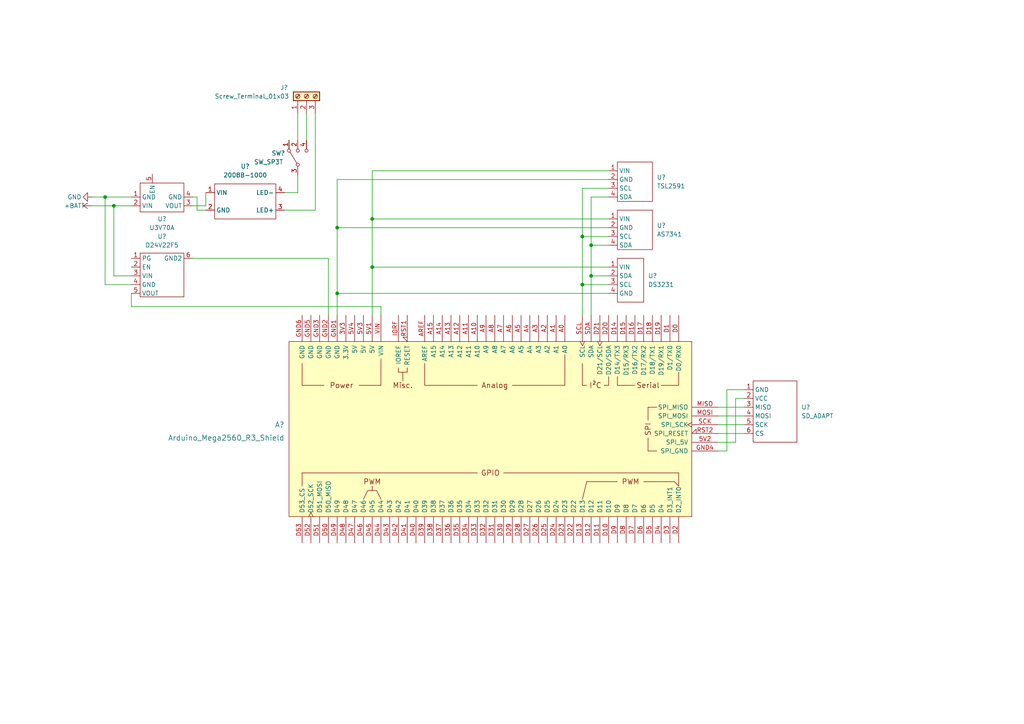
<source format=kicad_sch>
(kicad_sch (version 20211123) (generator eeschema)
  (paper "A4")
  (title_block (title "controller_pcb") (date "2024-01-23") (rev "v01") (comment 3 "creativecommons.org/licenses/by/4.0/") (comment 4 "License: CC BY 4.0") (comment 5 "Author: Daphne Chevalier"))
  (lib_symbols
    (symbol "Connector:Screw_Terminal_01x03" (pin_names (offset 1.016) hide)
      (property "Reference" "J" (at 0 5.08 0))
      (property "Value" "Screw_Terminal_01x03" (at 0 -5.08 0))
      (symbol "Screw_Terminal_01x03_1_1"
        (rectangle (start -1.27 3.81) (end 1.27 -3.81) (stroke (width 0.254)) (fill (type background)))
        (circle (center 0 -2.54) (radius 0.635) (stroke (width 0.1524)))
        (polyline (pts (xy -0.5334 -2.2098) (xy 0.3302 -3.048)) (stroke (width 0.1524)))
        (polyline (pts (xy -0.5334 0.3302) (xy 0.3302 -0.508)) (stroke (width 0.1524)))
        (polyline (pts (xy -0.5334 2.8702) (xy 0.3302 2.032)) (stroke (width 0.1524)))
        (polyline (pts (xy -0.3556 -2.032) (xy 0.508 -2.8702)) (stroke (width 0.1524)))
        (polyline (pts (xy -0.3556 0.508) (xy 0.508 -0.3302)) (stroke (width 0.1524)))
        (polyline (pts (xy -0.3556 3.048) (xy 0.508 2.2098)) (stroke (width 0.1524)))
        (circle (center 0 0) (radius 0.635) (stroke (width 0.1524)))
        (circle (center 0 2.54) (radius 0.635) (stroke (width 0.1524)))
        (pin passive line (at -5.08 2.54 0) (length 3.81) (name "Pin_1") (number "1"))
        (pin passive line (at -5.08 0 0) (length 3.81) (name "Pin_2") (number "2"))
        (pin passive line (at -5.08 -2.54 0) (length 3.81) (name "Pin_3") (number "3"))
      )
    )
    (symbol "Switch:SW_SP3T" (pin_names (offset 0) hide)
      (property "Reference" "SW" (at 0 5.08 0))
      (property "Value" "SW_SP3T" (at 0 -5.08 0))
      (symbol "SW_SP3T_0_1"
        (circle (center -2.032 0) (radius 0.4572))
        (polyline (pts (xy -1.651 0.254) (xy 1.651 2.286)))
        (circle (center 2.032 -2.54) (radius 0.4572))
        (circle (center 2.032 0) (radius 0.4572))
        (circle (center 2.032 2.54) (radius 0.4572))
      )
      (symbol "SW_SP3T_1_1"
        (pin passive line (at 5.08 2.54 180) (length 2.54) (name "1") (number "1"))
        (pin passive line (at 5.08 0 180) (length 2.54) (name "2") (number "2"))
        (pin passive line (at -5.08 0 0) (length 2.54) (name "3") (number "3"))
        (pin passive line (at 5.08 -2.54 180) (length 2.54) (name "4") (number "4"))
      )
    )
    (symbol "arduino-library:Arduino_Mega2560_R3_Shield" (pin_names (offset 1.016))
      (property "Reference" "A" (at 0 -62.23 0))
      (property "Value" "Arduino_Mega2560_R3_Shield" (at 0 -66.04 0))
      (symbol "Arduino_Mega2560_R3_Shield_0_0"
        (rectangle (start -25.4 -58.42) (end 25.4 58.42) (fill (type background)))
        (rectangle (start -20.32 -31.75) (end -12.7 -31.75))
        (rectangle (start -19.05 -54.61) (end -12.7 -54.61))
        (rectangle (start -19.05 -19.05) (end -12.7 -19.05))
        (rectangle (start -19.05 26.67) (end -12.7 26.67))
        (rectangle (start -17.78 -26.67) (end -16.51 -26.67))
        (rectangle (start -17.78 -24.13) (end -16.51 -24.13))
        (rectangle (start -16.51 -25.4) (end -13.97 -25.4))
        (rectangle (start -16.51 -24.13) (end -16.51 -26.67))
        (rectangle (start -16.51 54.61) (end -12.7 54.61))
        (rectangle (start -15.24 34.29) (end -12.7 34.29))
        (rectangle (start -15.24 36.83) (end -12.7 36.83))
        (rectangle (start -12.7 -54.61) (end -12.7 -48.26))
        (rectangle (start -12.7 -31.75) (end -12.7 -38.1))
        (rectangle (start -12.7 26.67) (end -12.7 27.94))
        (rectangle (start -12.7 34.29) (end -12.7 33.02))
        (rectangle (start -12.7 41.91) (end -12.7 36.83))
        (rectangle (start -12.7 49.53) (end -12.7 54.61))
        (rectangle (start -6.35 48.26) (end -6.35 45.72))
        (rectangle (start -2.54 45.72) (end -6.35 45.72))
        (polyline (pts (xy -21.59 21.59) (xy -12.7 21.59)))
        (polyline (pts (xy -12.7 -19.05) (xy -12.7 -3.81)))
        (polyline (pts (xy -12.7 6.35) (xy -12.7 21.59)))
        (polyline (pts (xy 12.7 -54.61) (xy 16.51 -54.61)))
        (polyline (pts (xy 12.7 54.61) (xy 16.51 54.61)))
        (polyline (pts (xy 17.78 -34.29) (xy 16.51 -34.29)))
        (polyline (pts (xy 15.24 36.83) (xy 15.24 27.94) (xy 20.32 26.67)))
        (polyline (pts (xy 15.24 44.45) (xy 15.24 53.34) (xy 16.51 54.61)))
        (polyline (pts (xy 20.32 -31.75) (xy 17.78 -33.02) (xy 17.78 -35.56) (xy 20.32 -36.83)))
        (rectangle (start 6.35 45.72) (end 2.54 45.72))
        (rectangle (start 6.35 48.26) (end 6.35 45.72))
        (text "Analog" (at -12.7 1.27 900) (effects (font (size 1.524 1.524))))
        (text "I²C" (at -12.7 30.48 900) (effects (font (size 1.524 1.524))))
        (text "Misc." (at -12.7 -25.4 900) (effects (font (size 1.524 1.524))))
        (text "Power" (at -12.7 -43.18 900) (effects (font (size 1.524 1.524))))
        (text "PWM" (at 15.24 -34.29 900) (effects (font (size 1.524 1.524))))
        (text "PWM" (at 15.24 40.64 900) (effects (font (size 1.524 1.524))))
        (text "Serial" (at -12.7 45.72 900) (effects (font (size 1.524 1.524))))
        (text "SPI" (at 0 45.72 0) (effects (font (size 1.524 1.524))))
      )
      (symbol "Arduino_Mega2560_R3_Shield_1_0"
        (rectangle (start 12.7 -54.61) (end 12.7 -3.81))
        (rectangle (start 12.7 54.61) (end 12.7 3.81))
        (text "GPIO" (at 12.7 0 900) (effects (font (size 1.524 1.524))))
      )
      (symbol "Arduino_Mega2560_R3_Shield_1_1"
        (pin power_out line (at -33.02 -41.91 0) (length 7.62) (name "3.3V") (number "3V3"))
        (pin power_in line (at -33.02 -34.29 0) (length 7.62) (name "5V") (number "5V1"))
        (pin power_in line (at 3.81 66.04 270) (length 7.62) (name "SPI_5V") (number "5V2"))
        (pin power_in line (at -33.02 -36.83 0) (length 7.62) (name "5V") (number "5V3"))
        (pin power_in line (at -33.02 -39.37 0) (length 7.62) (name "5V") (number "5V4"))
        (pin bidirectional line (at -33.02 21.59 0) (length 7.62) (name "A0") (number "A0"))
        (pin bidirectional line (at -33.02 19.05 0) (length 7.62) (name "A1") (number "A1"))
        (pin bidirectional line (at -33.02 -3.81 0) (length 7.62) (name "A10") (number "A10"))
        (pin bidirectional line (at -33.02 -6.35 0) (length 7.62) (name "A11") (number "A11"))
        (pin bidirectional line (at -33.02 -8.89 0) (length 7.62) (name "A12") (number "A12"))
        (pin bidirectional line (at -33.02 -11.43 0) (length 7.62) (name "A13") (number "A13"))
        (pin bidirectional line (at -33.02 -13.97 0) (length 7.62) (name "A14") (number "A14"))
        (pin bidirectional line (at -33.02 -16.51 0) (length 7.62) (name "A15") (number "A15"))
        (pin bidirectional line (at -33.02 16.51 0) (length 7.62) (name "A2") (number "A2"))
        (pin bidirectional line (at -33.02 13.97 0) (length 7.62) (name "A3") (number "A3"))
        (pin bidirectional line (at -33.02 11.43 0) (length 7.62) (name "A4") (number "A4"))
        (pin bidirectional line (at -33.02 8.89 0) (length 7.62) (name "A5") (number "A5"))
        (pin bidirectional line (at -33.02 6.35 0) (length 7.62) (name "A6") (number "A6"))
        (pin bidirectional line (at -33.02 3.81 0) (length 7.62) (name "A7") (number "A7"))
        (pin bidirectional line (at -33.02 1.27 0) (length 7.62) (name "A8") (number "A8"))
        (pin bidirectional line (at -33.02 -1.27 0) (length 7.62) (name "A9") (number "A9"))
        (pin input line (at -33.02 -19.05 0) (length 7.62) (name "AREF") (number "AREF"))
        (pin bidirectional line (at -33.02 54.61 0) (length 7.62) (name "D0/RX0") (number "D0"))
        (pin bidirectional line (at -33.02 52.07 0) (length 7.62) (name "D1/TX0") (number "D1"))
        (pin bidirectional line (at 33.02 34.29 180) (length 7.62) (name "D10") (number "D10"))
        (pin bidirectional line (at 33.02 31.75 180) (length 7.62) (name "D11") (number "D11"))
        (pin bidirectional line (at 33.02 29.21 180) (length 7.62) (name "D12") (number "D12"))
        (pin bidirectional line (at 33.02 26.67 180) (length 7.62) (name "D13") (number "D13"))
        (pin bidirectional line (at -33.02 36.83 0) (length 7.62) (name "D14/TX3") (number "D14"))
        (pin bidirectional line (at -33.02 39.37 0) (length 7.62) (name "D15/RX3") (number "D15"))
        (pin bidirectional line (at -33.02 41.91 0) (length 7.62) (name "D16/TX2") (number "D16"))
        (pin bidirectional line (at -33.02 44.45 0) (length 7.62) (name "D17/RX2") (number "D17"))
        (pin bidirectional line (at -33.02 46.99 0) (length 7.62) (name "D18/TX1") (number "D18"))
        (pin bidirectional line (at -33.02 49.53 0) (length 7.62) (name "D19/RX1") (number "D19"))
        (pin bidirectional line (at 33.02 54.61 180) (length 7.62) (name "D2_INT0") (number "D2"))
        (pin bidirectional line (at -33.02 34.29 0) (length 7.62) (name "D20/SDA") (number "D20"))
        (pin bidirectional clock (at -33.02 31.75 0) (length 7.62) (name "D21/SCL") (number "D21"))
        (pin bidirectional line (at 33.02 24.13 180) (length 7.62) (name "D22") (number "D22"))
        (pin bidirectional line (at 33.02 21.59 180) (length 7.62) (name "D23") (number "D23"))
        (pin bidirectional line (at 33.02 19.05 180) (length 7.62) (name "D24") (number "D24"))
        (pin bidirectional line (at 33.02 16.51 180) (length 7.62) (name "D25") (number "D25"))
        (pin bidirectional line (at 33.02 13.97 180) (length 7.62) (name "D26") (number "D26"))
        (pin bidirectional line (at 33.02 11.43 180) (length 7.62) (name "D27") (number "D27"))
        (pin bidirectional line (at 33.02 8.89 180) (length 7.62) (name "D28") (number "D28"))
        (pin bidirectional line (at 33.02 6.35 180) (length 7.62) (name "D29") (number "D29"))
        (pin bidirectional line (at 33.02 52.07 180) (length 7.62) (name "D3_INT1") (number "D3"))
        (pin bidirectional line (at 33.02 3.81 180) (length 7.62) (name "D30") (number "D30"))
        (pin bidirectional line (at 33.02 1.27 180) (length 7.62) (name "D31") (number "D31"))
        (pin bidirectional line (at 33.02 -1.27 180) (length 7.62) (name "D32") (number "D32"))
        (pin bidirectional line (at 33.02 -3.81 180) (length 7.62) (name "D33") (number "D33"))
        (pin bidirectional line (at 33.02 -6.35 180) (length 7.62) (name "D34") (number "D34"))
        (pin bidirectional line (at 33.02 -8.89 180) (length 7.62) (name "D35") (number "D35"))
        (pin bidirectional line (at 33.02 -11.43 180) (length 7.62) (name "D36") (number "D36"))
        (pin bidirectional line (at 33.02 -13.97 180) (length 7.62) (name "D37") (number "D37"))
        (pin bidirectional line (at 33.02 -16.51 180) (length 7.62) (name "D38") (number "D38"))
        (pin bidirectional line (at 33.02 -19.05 180) (length 7.62) (name "D39") (number "D39"))
        (pin bidirectional line (at 33.02 49.53 180) (length 7.62) (name "D4") (number "D4"))
        (pin bidirectional line (at 33.02 -21.59 180) (length 7.62) (name "D40") (number "D40"))
        (pin bidirectional line (at 33.02 -24.13 180) (length 7.62) (name "D41") (number "D41"))
        (pin bidirectional line (at 33.02 -26.67 180) (length 7.62) (name "D42") (number "D42"))
        (pin bidirectional line (at 33.02 -29.21 180) (length 7.62) (name "D43") (number "D43"))
        (pin bidirectional line (at 33.02 -31.75 180) (length 7.62) (name "D44") (number "D44"))
        (pin bidirectional line (at 33.02 -34.29 180) (length 7.62) (name "D45") (number "D45"))
        (pin bidirectional line (at 33.02 -36.83 180) (length 7.62) (name "D46") (number "D46"))
        (pin bidirectional line (at 33.02 -39.37 180) (length 7.62) (name "D47") (number "D47"))
        (pin bidirectional line (at 33.02 -41.91 180) (length 7.62) (name "D48") (number "D48"))
        (pin bidirectional line (at 33.02 -44.45 180) (length 7.62) (name "D49") (number "D49"))
        (pin bidirectional line (at 33.02 46.99 180) (length 7.62) (name "D5") (number "D5"))
        (pin bidirectional line (at 33.02 -46.99 180) (length 7.62) (name "D50_MISO") (number "D50"))
        (pin bidirectional line (at 33.02 -49.53 180) (length 7.62) (name "D51_MOSI") (number "D51"))
        (pin bidirectional clock (at 33.02 -52.07 180) (length 7.62) (name "D52_SCK") (number "D52"))
        (pin bidirectional line (at 33.02 -54.61 180) (length 7.62) (name "D53_CS") (number "D53"))
        (pin bidirectional line (at 33.02 44.45 180) (length 7.62) (name "D6") (number "D6"))
        (pin bidirectional line (at 33.02 41.91 180) (length 7.62) (name "D7") (number "D7"))
        (pin bidirectional line (at 33.02 39.37 180) (length 7.62) (name "D8") (number "D8"))
        (pin bidirectional line (at 33.02 36.83 180) (length 7.62) (name "D9") (number "D9"))
        (pin power_in line (at -33.02 -44.45 0) (length 7.62) (name "GND") (number "GND1"))
        (pin power_in line (at -33.02 -46.99 0) (length 7.62) (name "GND") (number "GND2"))
        (pin power_in line (at -33.02 -49.53 0) (length 7.62) (name "GND") (number "GND3"))
        (pin power_in line (at 6.35 66.04 270) (length 7.62) (name "SPI_GND") (number "GND4"))
        (pin power_in line (at -33.02 -52.07 0) (length 7.62) (name "GND") (number "GND5"))
        (pin power_in line (at -33.02 -54.61 0) (length 7.62) (name "GND") (number "GND6"))
        (pin output line (at -33.02 -26.67 0) (length 7.62) (name "IOREF") (number "IORF"))
        (pin input line (at -6.35 66.04 270) (length 7.62) (name "SPI_MISO") (number "MISO"))
        (pin output line (at -3.81 66.04 270) (length 7.62) (name "SPI_MOSI") (number "MOSI"))
        (pin open_collector input_low (at -33.02 -24.13 0) (length 7.62) (name "RESET") (number "RST1"))
        (pin open_collector input_low (at 1.27 66.04 270) (length 7.62) (name "SPI_RESET") (number "RST2"))
        (pin output clock (at -1.27 66.04 270) (length 7.62) (name "SPI_SCK") (number "SCK"))
        (pin bidirectional clock (at -33.02 26.67 0) (length 7.62) (name "SCL") (number "SCL"))
        (pin bidirectional line (at -33.02 29.21 0) (length 7.62) (name "SDA") (number "SDA"))
        (pin power_in line (at -33.02 -31.75 0) (length 7.62) (name "VIN") (number "VIN"))
      )
    )
    (symbol "controller_pcb:2008B-1000"
      (property "Reference" "U" (at -8.89 6.35 0))
      (property "Value" "2008B-1000" (at 2.54 -6.35 0))
      (symbol "2008B-1000_0_1"
        (rectangle (start -8.89 5.08) (end 8.89 -5.08))
      )
      (symbol "2008B-1000_1_1"
        (pin input line (at -11.43 2.54 0) (length 2.54) (name "VIN") (number "1"))
        (pin input line (at -11.43 -2.54 0) (length 2.54) (name "GND") (number "2"))
        (pin input line (at 11.43 -2.54 180) (length 2.54) (name "LED+") (number "3"))
        (pin input line (at 11.43 2.54 180) (length 2.54) (name "LED-") (number "4"))
      )
    )
    (symbol "controller_pcb:AS7341"
      (property "Reference" "U" (at -5.08 7.62 0))
      (property "Value" "AS7341" (at 2.54 -7.62 0))
      (symbol "AS7341_0_1"
        (rectangle (start -5.08 5.08) (end 5.08 -6.35))
      )
      (symbol "AS7341_1_1"
        (pin input line (at -7.62 2.54 0) (length 2.54) (name "VIN") (number "1"))
        (pin input line (at -7.62 0 0) (length 2.54) (name "GND") (number "2"))
        (pin input line (at -7.62 -2.54 0) (length 2.54) (name "SCL") (number "3"))
        (pin input line (at -7.62 -5.08 0) (length 2.54) (name "SDA") (number "4"))
      )
    )
    (symbol "controller_pcb:D24V22F5"
      (property "Reference" "U" (at -5.588 7.874 0))
      (property "Value" "D24V22F5" (at 2.032 -7.366 0))
      (symbol "D24V22F5_0_1"
        (rectangle (start -6.35 6.604) (end 6.35 -6.096))
      )
      (symbol "D24V22F5_1_1"
        (pin input line (at -8.89 5.08 0) (length 2.54) (name "PG") (number "1"))
        (pin input line (at -8.89 2.54 0) (length 2.54) (name "EN") (number "2"))
        (pin input line (at -8.89 0 0) (length 2.54) (name "VIN") (number "3"))
        (pin input line (at -8.89 -2.54 0) (length 2.54) (name "GND") (number "4"))
        (pin output line (at -8.89 -5.08 0) (length 2.54) (name "VOUT") (number "5"))
        (pin input line (at 8.89 5.08 180) (length 2.54) (name "GND2") (number "6"))
      )
    )
    (symbol "controller_pcb:DS3231"
      (property "Reference" "U" (at -1.778 6.096 0))
      (property "Value" "DS3231" (at 2.032 -8.89 0))
      (symbol "DS3231_0_1"
        (rectangle (start -2.54 5.08) (end 5.08 -7.62))
      )
      (symbol "DS3231_1_1"
        (pin input line (at -5.08 2.54 0) (length 2.54) (name "VIN") (number "1"))
        (pin input line (at -5.08 0 0) (length 2.54) (name "SDA") (number "2"))
        (pin input line (at -5.08 -2.54 0) (length 2.54) (name "SCL") (number "3"))
        (pin input line (at -5.08 -5.08 0) (length 2.54) (name "GND") (number "4"))
      )
    )
    (symbol "controller_pcb:SD_ADAPT"
      (property "Reference" "U" (at -5.08 10.16 0))
      (property "Value" "SD_ADAPT" (at 2.54 -12.7 0))
      (symbol "SD_ADAPT_0_1"
        (rectangle (start -5.08 7.62) (end 7.62 -10.16))
      )
      (symbol "SD_ADAPT_1_1"
        (pin input line (at -7.62 5.08 0) (length 2.54) (name "GND") (number "1"))
        (pin input line (at -7.62 2.54 0) (length 2.54) (name "VCC") (number "2"))
        (pin input line (at -7.62 0 0) (length 2.54) (name "MISO") (number "3"))
        (pin input line (at -7.62 -2.54 0) (length 2.54) (name "MOSI") (number "4"))
        (pin input line (at -7.62 -5.08 0) (length 2.54) (name "SCK") (number "5"))
        (pin input line (at -7.62 -7.62 0) (length 2.54) (name "CS") (number "6"))
      )
    )
    (symbol "controller_pcb:TSL2591"
      (property "Reference" "U" (at -4.572 6.096 0))
      (property "Value" "TSL2591" (at 1.524 -7.62 0))
      (symbol "TSL2591_0_1"
        (rectangle (start -5.08 5.08) (end 5.08 -6.35))
      )
      (symbol "TSL2591_1_1"
        (pin input line (at -7.62 2.54 0) (length 2.54) (name "VIN") (number "1"))
        (pin input line (at -7.62 0 0) (length 2.54) (name "GND") (number "2"))
        (pin input line (at -7.62 -2.54 0) (length 2.54) (name "SCL") (number "3"))
        (pin input line (at -7.62 -5.08 0) (length 2.54) (name "SDA") (number "4"))
      )
    )
    (symbol "controller_pcb:U3V70A"
      (property "Reference" "U" (at -5.588 6.604 0))
      (property "Value" "U3V70A" (at 2.794 -4.572 0))
      (symbol "U3V70A_0_1"
        (rectangle (start -6.35 5.334) (end 6.35 -3.048))
      )
      (symbol "U3V70A_1_1"
        (pin input line (at -8.89 1.27 0) (length 2.54) (name "GND") (number "1"))
        (pin input line (at -8.89 -1.27 0) (length 2.54) (name "VIN") (number "2"))
        (pin output line (at 8.89 -1.27 180) (length 2.54) (name "VOUT") (number "3"))
        (pin output line (at 8.89 1.27 180) (length 2.54) (name "GND") (number "4"))
        (pin input line (at -2.794 7.874 270) (length 2.54) (name "EN") (number "5"))
      )
    )
    (symbol "power:+BATT" (power) (pin_names (offset 0))
      (property "Value" "+BATT" (at 0 3.556 0))
      (symbol "+BATT_0_1"
        (polyline (pts (xy -0.762 1.27) (xy 0 2.54)))
        (polyline (pts (xy 0 0) (xy 0 2.54)))
        (polyline (pts (xy 0 2.54) (xy 0.762 1.27)))
      )
      (symbol "+BATT_1_1"
        (pin power_in line (at 0 0 90) (length 0) hide (name "+BATT") (number "1"))
      )
    )
    (symbol "power:GND" (power) (pin_names (offset 0))
      (property "Value" "GND" (at 0 -3.81 0))
      (symbol "GND_0_1"
        (polyline (pts (xy 0 0) (xy 0 -1.27) (xy 1.27 -1.27) (xy 0 -2.54) (xy -1.27 -1.27) (xy 0 -1.27)))
      )
      (symbol "GND_1_1"
        (pin power_in line (at 0 0 270) (length 0) hide (name "GND") (number "1"))
      )
    )
  )
  (junction (at 171.45 80.01))
  (junction (at 168.91 82.55))
  (junction (at 107.95 77.47))
  (junction (at 97.79 85.09))
  (junction (at 33.02 59.69))
  (junction (at 171.45 71.12))
  (junction (at 30.48 57.15))
  (junction (at 168.91 68.58))
  (junction (at 107.95 63.5))
  (junction (at 97.79 66.04))
  (wire (pts (xy 82.55 60.96) (xy 91.44 60.96)))
  (wire (pts (xy 213.36 115.57) (xy 215.9 115.57)))
  (wire (pts (xy 88.9 33.02) (xy 88.9 40.64)))
  (wire (pts (xy 107.95 49.53) (xy 176.53 49.53)))
  (wire (pts (xy 107.95 77.47) (xy 176.53 77.47)))
  (wire (pts (xy 57.15 60.96) (xy 59.69 60.96)))
  (wire (pts (xy 208.28 120.65) (xy 215.9 120.65)))
  (wire (pts (xy 171.45 71.12) (xy 176.53 71.12)))
  (wire (pts (xy 97.79 66.04) (xy 97.79 52.07)))
  (wire (pts (xy 38.1 88.9) (xy 110.49 88.9)))
  (wire (pts (xy 168.91 54.61) (xy 176.53 54.61)))
  (wire (pts (xy 107.95 77.47) (xy 107.95 63.5)))
  (wire (pts (xy 171.45 91.44) (xy 171.45 80.01)))
  (wire (pts (xy 210.82 113.03) (xy 215.9 113.03)))
  (wire (pts (xy 176.53 82.55) (xy 168.91 82.55)))
  (wire (pts (xy 97.79 85.09) (xy 176.53 85.09)))
  (wire (pts (xy 171.45 80.01) (xy 171.45 71.12)))
  (wire (pts (xy 26.67 57.15) (xy 30.48 57.15)))
  (wire (pts (xy 30.48 57.15) (xy 38.1 57.15)))
  (wire (pts (xy 208.28 125.73) (xy 215.9 125.73)))
  (wire (pts (xy 97.79 91.44) (xy 97.79 85.09)))
  (wire (pts (xy 33.02 59.69) (xy 38.1 59.69)))
  (wire (pts (xy 168.91 68.58) (xy 176.53 68.58)))
  (wire (pts (xy 208.28 130.81) (xy 210.82 130.81)))
  (wire (pts (xy 168.91 82.55) (xy 168.91 91.44)))
  (wire (pts (xy 168.91 68.58) (xy 168.91 82.55)))
  (wire (pts (xy 168.91 68.58) (xy 168.91 54.61)))
  (wire (pts (xy 86.36 33.02) (xy 86.36 40.64)))
  (wire (pts (xy 97.79 66.04) (xy 176.53 66.04)))
  (wire (pts (xy 213.36 128.27) (xy 213.36 115.57)))
  (wire (pts (xy 59.69 55.88) (xy 59.69 59.69)))
  (wire (pts (xy 82.55 55.88) (xy 86.36 55.88)))
  (wire (pts (xy 171.45 71.12) (xy 171.45 57.15)))
  (wire (pts (xy 38.1 82.55) (xy 30.48 82.55)))
  (wire (pts (xy 57.15 57.15) (xy 57.15 60.96)))
  (wire (pts (xy 107.95 63.5) (xy 176.53 63.5)))
  (wire (pts (xy 55.88 59.69) (xy 59.69 59.69)))
  (wire (pts (xy 208.28 128.27) (xy 213.36 128.27)))
  (wire (pts (xy 208.28 123.19) (xy 215.9 123.19)))
  (wire (pts (xy 110.49 88.9) (xy 110.49 91.44)))
  (wire (pts (xy 38.1 80.01) (xy 33.02 80.01)))
  (wire (pts (xy 55.88 74.93) (xy 95.25 74.93)))
  (wire (pts (xy 55.88 57.15) (xy 57.15 57.15)))
  (wire (pts (xy 210.82 130.81) (xy 210.82 113.03)))
  (wire (pts (xy 95.25 74.93) (xy 95.25 91.44)))
  (wire (pts (xy 171.45 57.15) (xy 176.53 57.15)))
  (wire (pts (xy 86.36 55.88) (xy 86.36 50.8)))
  (wire (pts (xy 208.28 118.11) (xy 215.9 118.11)))
  (wire (pts (xy 30.48 82.55) (xy 30.48 57.15)))
  (wire (pts (xy 107.95 91.44) (xy 107.95 77.47)))
  (wire (pts (xy 97.79 52.07) (xy 176.53 52.07)))
  (wire (pts (xy 33.02 59.69) (xy 33.02 80.01)))
  (wire (pts (xy 107.95 63.5) (xy 107.95 49.53)))
  (wire (pts (xy 97.79 85.09) (xy 97.79 66.04)))
  (wire (pts (xy 38.1 85.09) (xy 38.1 88.9)))
  (wire (pts (xy 91.44 60.96) (xy 91.44 33.02)))
  (wire (pts (xy 171.45 80.01) (xy 176.53 80.01)))
  (wire (pts (xy 26.67 59.69) (xy 33.02 59.69)))
  (symbol (lib_id "controller_pcb:D24V22F5") (at 46.99 80.01 0) (unit 1)
    (property "Reference" "U?" (at 46.99 68.58 0))
    (property "Value" "D24V22F5" (at 46.99 71.12 0))
  )
  (symbol (lib_id "controller_pcb:2008B-1000") (at 71.12 58.42 0) (unit 1)
    (property "Reference" "U?" (at 71.12 48.26 0))
    (property "Value" "2008B-1000" (at 71.12 50.8 0))
  )
  (symbol (lib_id "controller_pcb:U3V70A") (at 46.99 58.42 0) (unit 1)
    (property "Reference" "U?" (at 46.99 63.5 0))
    (property "Value" "U3V70A" (at 46.99 66.04 0))
  )
  (symbol (lib_id "controller_pcb:SD_ADAPT") (at 223.52 118.11 0) (unit 1)
    (property "Reference" "U?" (at 232.41 118.1099 0) (effects (justify left)))
    (property "Value" "SD_ADAPT" (at 232.41 120.6499 0) (effects (justify left)))
  )
  (symbol (lib_id "Connector:Screw_Terminal_01x03") (at 88.9 27.94 90) (unit 1)
    (property "Reference" "J?" (at 81.28 25.4 90) (effects (justify right)))
    (property "Value" "Screw_Terminal_01x03" (at 62.23 27.94 90) (effects (justify right)))
  )
  (symbol (lib_id "controller_pcb:TSL2591") (at 184.15 52.07 0) (unit 1)
    (property "Reference" "U?" (at 190.5 51.4349 0) (effects (justify left)))
    (property "Value" "TSL2591" (at 190.5 53.9749 0) (effects (justify left)))
  )
  (symbol (lib_id "power:+BATT") (at 26.67 59.69 90) (unit 1)
    (property "Reference" "#PWR?" (effects hide))
    (property "Value" "+BATT" (at 21.59 59.69 90))
  )
  (symbol (lib_id "controller_pcb:DS3231") (at 181.61 80.01 0) (unit 1)
    (property "Reference" "U?" (at 187.96 80.0099 0) (effects (justify left)))
    (property "Value" "DS3231" (at 187.96 82.5499 0) (effects (justify left)))
  )
  (symbol (lib_id "Switch:SW_SP3T") (at 86.36 45.72 90) (unit 1)
    (property "Reference" "SW?" (at 78.74 44.45 90) (effects (justify right)))
    (property "Value" "SW_SP3T" (at 73.66 46.99 90) (effects (justify right)))
  )
  (symbol (lib_id "power:GND") (at 26.67 57.15 270) (unit 1)
    (property "Reference" "#PWR?" (effects hide))
    (property "Value" "GND" (at 21.59 57.15 90))
  )
  (symbol (lib_id "arduino-library:Arduino_Mega2560_R3_Shield") (at 142.24 124.46 270) (unit 1)
    (property "Reference" "A?" (at 82.55 123.19 90) (effects (font (size 1.524 1.524)) (justify right)))
    (property "Value" "Arduino_Mega2560_R3_Shield" (at 82.55 127 90) (effects (font (size 1.524 1.524)) (justify right)))
    (property "Footprint" "PCM_arduino-library:Arduino_Mega2560_R3_Shield" (effects hide))
    (property "Datasheet" "https://docs.arduino.cc/hardware/mega-2560" (effects hide))
  )
  (symbol (lib_id "controller_pcb:AS7341") (at 184.15 66.04 0) (unit 1)
    (property "Reference" "U?" (at 190.5 65.4049 0) (effects (justify left)))
    (property "Value" "AS7341" (at 190.5 67.9449 0) (effects (justify left)))
  )
)
</source>
